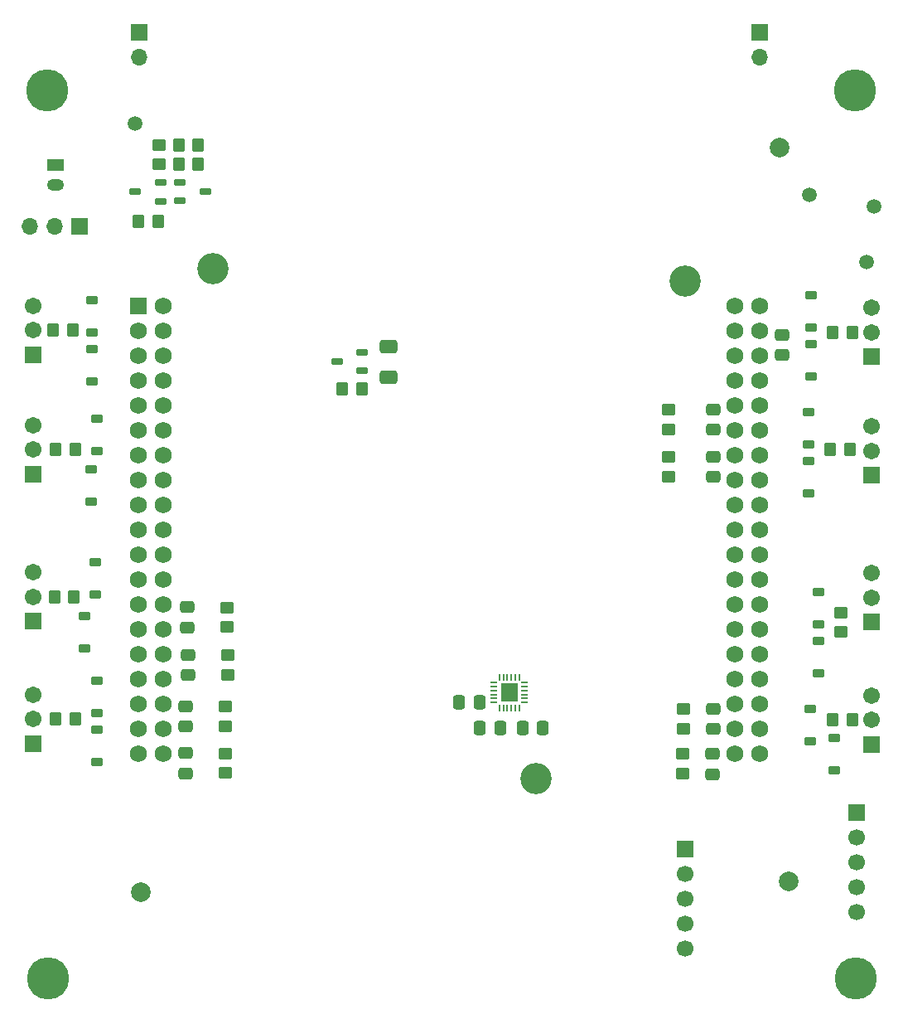
<source format=gbr>
%TF.GenerationSoftware,KiCad,Pcbnew,9.0.2*%
%TF.CreationDate,2025-06-16T14:43:15-07:00*%
%TF.ProjectId,Revision01,52657669-7369-46f6-9e30-312e6b696361,A*%
%TF.SameCoordinates,PX692bd40PY908ed60*%
%TF.FileFunction,Soldermask,Bot*%
%TF.FilePolarity,Negative*%
%FSLAX46Y46*%
G04 Gerber Fmt 4.6, Leading zero omitted, Abs format (unit mm)*
G04 Created by KiCad (PCBNEW 9.0.2) date 2025-06-16 14:43:15*
%MOMM*%
%LPD*%
G01*
G04 APERTURE LIST*
G04 Aperture macros list*
%AMRoundRect*
0 Rectangle with rounded corners*
0 $1 Rounding radius*
0 $2 $3 $4 $5 $6 $7 $8 $9 X,Y pos of 4 corners*
0 Add a 4 corners polygon primitive as box body*
4,1,4,$2,$3,$4,$5,$6,$7,$8,$9,$2,$3,0*
0 Add four circle primitives for the rounded corners*
1,1,$1+$1,$2,$3*
1,1,$1+$1,$4,$5*
1,1,$1+$1,$6,$7*
1,1,$1+$1,$8,$9*
0 Add four rect primitives between the rounded corners*
20,1,$1+$1,$2,$3,$4,$5,0*
20,1,$1+$1,$4,$5,$6,$7,0*
20,1,$1+$1,$6,$7,$8,$9,0*
20,1,$1+$1,$8,$9,$2,$3,0*%
G04 Aperture macros list end*
%ADD10RoundRect,0.102000X-0.754000X0.754000X-0.754000X-0.754000X0.754000X-0.754000X0.754000X0.754000X0*%
%ADD11C,1.712000*%
%ADD12R,1.700000X1.700000*%
%ADD13O,1.700000X1.700000*%
%ADD14C,4.300000*%
%ADD15C,1.700000*%
%ADD16R,1.750000X1.200000*%
%ADD17O,1.750000X1.200000*%
%ADD18C,3.200000*%
%ADD19RoundRect,0.102000X-0.762000X-0.762000X0.762000X-0.762000X0.762000X0.762000X-0.762000X0.762000X0*%
%ADD20C,1.728000*%
%ADD21C,2.000000*%
%ADD22RoundRect,0.250000X0.350000X0.450000X-0.350000X0.450000X-0.350000X-0.450000X0.350000X-0.450000X0*%
%ADD23RoundRect,0.162500X0.447500X0.162500X-0.447500X0.162500X-0.447500X-0.162500X0.447500X-0.162500X0*%
%ADD24RoundRect,0.250000X-0.475000X0.337500X-0.475000X-0.337500X0.475000X-0.337500X0.475000X0.337500X0*%
%ADD25RoundRect,0.250000X-0.337500X-0.475000X0.337500X-0.475000X0.337500X0.475000X-0.337500X0.475000X0*%
%ADD26RoundRect,0.250000X0.475000X-0.337500X0.475000X0.337500X-0.475000X0.337500X-0.475000X-0.337500X0*%
%ADD27RoundRect,0.225000X-0.375000X0.225000X-0.375000X-0.225000X0.375000X-0.225000X0.375000X0.225000X0*%
%ADD28RoundRect,0.250000X0.337500X0.475000X-0.337500X0.475000X-0.337500X-0.475000X0.337500X-0.475000X0*%
%ADD29RoundRect,0.250000X-0.450000X0.350000X-0.450000X-0.350000X0.450000X-0.350000X0.450000X0.350000X0*%
%ADD30RoundRect,0.162500X-0.447500X-0.162500X0.447500X-0.162500X0.447500X0.162500X-0.447500X0.162500X0*%
%ADD31C,1.500000*%
%ADD32RoundRect,0.250000X0.450000X-0.350000X0.450000X0.350000X-0.450000X0.350000X-0.450000X-0.350000X0*%
%ADD33RoundRect,0.250000X-0.350000X-0.450000X0.350000X-0.450000X0.350000X0.450000X-0.350000X0.450000X0*%
%ADD34RoundRect,0.250000X-0.650000X0.412500X-0.650000X-0.412500X0.650000X-0.412500X0.650000X0.412500X0*%
%ADD35RoundRect,0.027500X0.292500X0.082500X-0.292500X0.082500X-0.292500X-0.082500X0.292500X-0.082500X0*%
%ADD36RoundRect,0.027500X0.082500X0.292500X-0.082500X0.292500X-0.082500X-0.292500X0.082500X-0.292500X0*%
%ADD37RoundRect,0.102000X0.770000X0.850000X-0.770000X0.850000X-0.770000X-0.850000X0.770000X-0.850000X0*%
G04 APERTURE END LIST*
D10*
%TO.C,J5*%
X7450000Y31900000D03*
D11*
X7450000Y34400000D03*
X7450000Y36900000D03*
%TD*%
D10*
%TO.C,J6*%
X7450000Y44400000D03*
D11*
X7450000Y46900000D03*
X7450000Y49400000D03*
%TD*%
D10*
%TO.C,J12*%
X93175000Y71400000D03*
D11*
X93175000Y73900000D03*
X93175000Y76400000D03*
%TD*%
D12*
%TO.C,J2*%
X18291600Y104533600D03*
D13*
X18291600Y101993600D03*
%TD*%
D14*
%TO.C,H2*%
X91440000Y98630000D03*
%TD*%
D12*
%TO.C,J14*%
X74100000Y21120000D03*
D15*
X74100000Y18580000D03*
X74100000Y16040000D03*
X74100000Y13500000D03*
X74100000Y10960000D03*
%TD*%
D16*
%TO.C,J4*%
X9750000Y90950000D03*
D17*
X9750000Y88950000D03*
%TD*%
D10*
%TO.C,J7*%
X7450000Y59400000D03*
D11*
X7450000Y61900000D03*
X7450000Y64400000D03*
%TD*%
D14*
%TO.C,H1*%
X8940000Y98630000D03*
%TD*%
D18*
%TO.C,U1*%
X25850000Y80430000D03*
X58870000Y28360000D03*
X74110000Y79160000D03*
D19*
X18230000Y76620000D03*
D20*
X20770000Y76620000D03*
X18230000Y74080000D03*
X20770000Y74080000D03*
X18230000Y71540000D03*
X20770000Y71540000D03*
X18230000Y69000000D03*
X20770000Y69000000D03*
X18230000Y66460000D03*
X20770000Y66460000D03*
X18230000Y63920000D03*
X20770000Y63920000D03*
X18230000Y61380000D03*
X20770000Y61380000D03*
X18230000Y58840000D03*
X20770000Y58840000D03*
X18230000Y56300000D03*
X20770000Y56300000D03*
X18230000Y53760000D03*
X20770000Y53760000D03*
X18230000Y51220000D03*
X20770000Y51220000D03*
X18230000Y48680000D03*
X20770000Y48680000D03*
X18230000Y46140000D03*
X20770000Y46140000D03*
X18230000Y43600000D03*
X20770000Y43600000D03*
X18230000Y41060000D03*
X20770000Y41060000D03*
X18230000Y38520000D03*
X20770000Y38520000D03*
X18230000Y35980000D03*
X20770000Y35980000D03*
X18230000Y33440000D03*
X20770000Y33440000D03*
X18230000Y30900000D03*
X20770000Y30900000D03*
X79190000Y76620000D03*
X81730000Y76620000D03*
X79190000Y74080000D03*
X81730000Y74080000D03*
X79190000Y71540000D03*
X81730000Y71540000D03*
X79190000Y69000000D03*
X81730000Y69000000D03*
X79190000Y66460000D03*
X81730000Y66460000D03*
X79190000Y63920000D03*
X81730000Y63920000D03*
X79190000Y61380000D03*
X81730000Y61380000D03*
X79190000Y58840000D03*
X81730000Y58840000D03*
X79190000Y56300000D03*
X81730000Y56300000D03*
X79190000Y53760000D03*
X81730000Y53760000D03*
X79190000Y51220000D03*
X81730000Y51220000D03*
X79190000Y48680000D03*
X81730000Y48680000D03*
X79190000Y46140000D03*
X81730000Y46140000D03*
X79190000Y43600000D03*
X81730000Y43600000D03*
X79190000Y41060000D03*
X81730000Y41060000D03*
X79190000Y38520000D03*
X81730000Y38520000D03*
X79190000Y35980000D03*
X81730000Y35980000D03*
X79190000Y33440000D03*
X81730000Y33440000D03*
X79190000Y30900000D03*
X81730000Y30900000D03*
%TD*%
D14*
%TO.C,H3*%
X91500000Y7900000D03*
%TD*%
D10*
%TO.C,J8*%
X7450000Y71583000D03*
D11*
X7450000Y74083000D03*
X7450000Y76583000D03*
%TD*%
D12*
%TO.C,SW1*%
X12200000Y84700000D03*
D13*
X9660000Y84700000D03*
X7120000Y84700000D03*
%TD*%
D10*
%TO.C,J10*%
X93150000Y44292000D03*
D11*
X93150000Y46792000D03*
X93150000Y49292000D03*
%TD*%
D10*
%TO.C,J9*%
X93150000Y31792000D03*
D11*
X93150000Y34292000D03*
X93150000Y36792000D03*
%TD*%
D12*
%TO.C,J3*%
X81725000Y104525000D03*
D13*
X81725000Y101985000D03*
%TD*%
D12*
%TO.C,J1*%
X91600000Y24860000D03*
D15*
X91600000Y22320000D03*
X91600000Y19780000D03*
X91600000Y17240000D03*
X91600000Y14700000D03*
%TD*%
D14*
%TO.C,H4*%
X9000000Y7900000D03*
%TD*%
D10*
%TO.C,J11*%
X93150000Y59292000D03*
D11*
X93150000Y61792000D03*
X93150000Y64292000D03*
%TD*%
D21*
%TO.C,FID3*%
X18450000Y16750000D03*
%TD*%
D22*
%TO.C,R8*%
X91200000Y73900000D03*
X89200000Y73900000D03*
%TD*%
D23*
%TO.C,Q3*%
X20515000Y89175000D03*
X20515000Y87275000D03*
X17895000Y88225000D03*
%TD*%
D22*
%TO.C,R7*%
X90950000Y61900000D03*
X88950000Y61900000D03*
%TD*%
D24*
%TO.C,C8*%
X77000000Y61200000D03*
X77000000Y59125000D03*
%TD*%
D25*
%TO.C,C11*%
X57462500Y33525000D03*
X59537500Y33525000D03*
%TD*%
D26*
%TO.C,C9*%
X77000000Y63925000D03*
X77000000Y66000000D03*
%TD*%
D27*
%TO.C,D1*%
X14000000Y38300000D03*
X14000000Y35000000D03*
%TD*%
D28*
%TO.C,C1*%
X55200000Y33500000D03*
X53125000Y33500000D03*
%TD*%
D27*
%TO.C,D12*%
X87700000Y42400000D03*
X87700000Y39100000D03*
%TD*%
D21*
%TO.C,FID2*%
X84675000Y17800000D03*
%TD*%
D27*
%TO.C,D10*%
X89300000Y32450000D03*
X89300000Y29150000D03*
%TD*%
%TO.C,D11*%
X87700000Y47400000D03*
X87700000Y44100000D03*
%TD*%
%TO.C,D2*%
X14000000Y33300000D03*
X14000000Y30000000D03*
%TD*%
%TO.C,D6*%
X13400000Y59900000D03*
X13400000Y56600000D03*
%TD*%
D29*
%TO.C,R6*%
X90010000Y45270000D03*
X90010000Y43270000D03*
%TD*%
D30*
%TO.C,Q2*%
X22455000Y87325000D03*
X22455000Y89225000D03*
X25075000Y88275000D03*
%TD*%
D24*
%TO.C,C2*%
X23000000Y30937500D03*
X23000000Y28862500D03*
%TD*%
D31*
%TO.C,TP8*%
X86800000Y87900000D03*
%TD*%
D27*
%TO.C,D8*%
X13500000Y72150000D03*
X13500000Y68850000D03*
%TD*%
D32*
%TO.C,R12*%
X27280000Y43800000D03*
X27280000Y45800000D03*
%TD*%
D22*
%TO.C,R27*%
X20205000Y85225000D03*
X18205000Y85225000D03*
%TD*%
D33*
%TO.C,R2*%
X9625000Y46900000D03*
X11625000Y46900000D03*
%TD*%
D29*
%TO.C,R13*%
X73810000Y30820000D03*
X73810000Y28820000D03*
%TD*%
D21*
%TO.C,FID1*%
X83725000Y92750000D03*
%TD*%
D27*
%TO.C,D15*%
X87000000Y77650000D03*
X87000000Y74350000D03*
%TD*%
D29*
%TO.C,R11*%
X27380000Y40900000D03*
X27380000Y38900000D03*
%TD*%
D24*
%TO.C,C4*%
X23250000Y40937500D03*
X23250000Y38862500D03*
%TD*%
D22*
%TO.C,R5*%
X91200000Y34328000D03*
X89200000Y34328000D03*
%TD*%
D27*
%TO.C,D9*%
X86900000Y35450000D03*
X86900000Y32150000D03*
%TD*%
D33*
%TO.C,R4*%
X9500000Y74150000D03*
X11500000Y74150000D03*
%TD*%
D32*
%TO.C,R14*%
X73960000Y33420000D03*
X73960000Y35420000D03*
%TD*%
D22*
%TO.C,R26*%
X24325000Y91025000D03*
X22325000Y91025000D03*
%TD*%
D23*
%TO.C,Q1*%
X41110000Y71850000D03*
X41110000Y69950000D03*
X38490000Y70900000D03*
%TD*%
D34*
%TO.C,C10*%
X43800000Y72412500D03*
X43800000Y69287500D03*
%TD*%
D28*
%TO.C,C12*%
X53062500Y36100000D03*
X50987500Y36100000D03*
%TD*%
D26*
%TO.C,C13*%
X84000000Y71575000D03*
X84000000Y73650000D03*
%TD*%
D27*
%TO.C,D14*%
X86700000Y60750000D03*
X86700000Y57450000D03*
%TD*%
D26*
%TO.C,C7*%
X77000000Y33362500D03*
X77000000Y35437500D03*
%TD*%
D29*
%TO.C,R15*%
X72390000Y61162500D03*
X72390000Y59162500D03*
%TD*%
D27*
%TO.C,D5*%
X14000000Y65050000D03*
X14000000Y61750000D03*
%TD*%
D26*
%TO.C,C5*%
X23200000Y43762500D03*
X23200000Y45837500D03*
%TD*%
D22*
%TO.C,R29*%
X24325000Y93025000D03*
X22325000Y93025000D03*
%TD*%
D24*
%TO.C,C6*%
X76910000Y30825000D03*
X76910000Y28750000D03*
%TD*%
D27*
%TO.C,D7*%
X13500000Y77200000D03*
X13500000Y73900000D03*
%TD*%
D33*
%TO.C,R3*%
X9750000Y61900000D03*
X11750000Y61900000D03*
%TD*%
D32*
%TO.C,R10*%
X27130000Y33650000D03*
X27130000Y35650000D03*
%TD*%
D33*
%TO.C,R1*%
X9750000Y34400000D03*
X11750000Y34400000D03*
%TD*%
D35*
%TO.C,U3*%
X57662500Y38100000D03*
X57662500Y37700000D03*
X57662500Y37300000D03*
X57662500Y36900000D03*
X57662500Y36500000D03*
X57662500Y36100000D03*
D36*
X57117500Y35555000D03*
X56717500Y35555000D03*
X56317500Y35555000D03*
X55917500Y35555000D03*
X55517500Y35555000D03*
X55117500Y35555000D03*
D35*
X54572500Y36100000D03*
X54572500Y36500000D03*
X54572500Y36900000D03*
X54572500Y37300000D03*
X54572500Y37700000D03*
X54572500Y38100000D03*
D36*
X55117500Y38645000D03*
X55517500Y38645000D03*
X55917500Y38645000D03*
X56317500Y38645000D03*
X56717500Y38645000D03*
X57117500Y38645000D03*
D37*
X56117500Y37100000D03*
%TD*%
D29*
%TO.C,R9*%
X27130000Y30900000D03*
X27130000Y28900000D03*
%TD*%
D31*
%TO.C,TP3*%
X17900000Y95200000D03*
%TD*%
D32*
%TO.C,R16*%
X72440000Y64000000D03*
X72440000Y66000000D03*
%TD*%
D27*
%TO.C,D16*%
X87000000Y72700000D03*
X87000000Y69400000D03*
%TD*%
D31*
%TO.C,TP10*%
X93400000Y86700000D03*
%TD*%
D26*
%TO.C,C3*%
X23000000Y33612500D03*
X23000000Y35687500D03*
%TD*%
D27*
%TO.C,D13*%
X86700000Y65750000D03*
X86700000Y62450000D03*
%TD*%
D29*
%TO.C,R28*%
X20325000Y93025000D03*
X20325000Y91025000D03*
%TD*%
D22*
%TO.C,R17*%
X41050000Y68100000D03*
X39050000Y68100000D03*
%TD*%
D27*
%TO.C,D4*%
X12750000Y44950000D03*
X12750000Y41650000D03*
%TD*%
D31*
%TO.C,TP9*%
X92600000Y81100000D03*
%TD*%
D27*
%TO.C,D3*%
X13800000Y50450000D03*
X13800000Y47150000D03*
%TD*%
M02*

</source>
